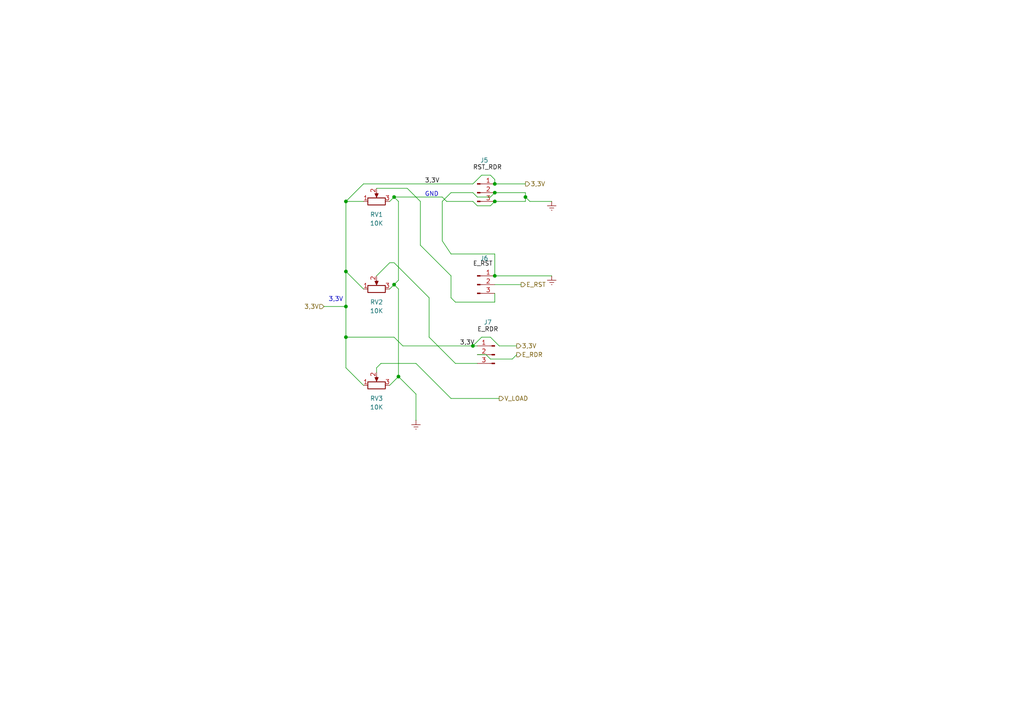
<source format=kicad_sch>
(kicad_sch (version 20250114) (generator "eeschema") (generator_version "9.0")
  (paper "A4")
  (title_block (title "PROJETO IR2_B2_UFAM") (date "07/08/2025") (rev "REV 0") (company "UFAM-UFMG") (comment 1 "1 - Software Proteus substituído pelo Software Kicad 9.0") (comment 2 "2 - Incluído Amplificafor de Instrumentação para reduzir ruídos") (comment 3 "3 - Incluídos conectores para cabos entrelaçados") (comment 4 "4 - Análise de 4 camadas para reduzir ruídos"))
  (lib_symbols
    (symbol "Connector:Conn_01x03_Pin" (pin_names (offset 1.016) (hide yes))
      (property "Reference" "J" (at 0 5.08 0))
      (property "Value" "Conn_01x03_Pin" (at 0 -5.08 0))
      (symbol "Conn_01x03_Pin_1_1"
        (rectangle (start 0.8636 2.667) (end 0 2.413) (stroke (width 0.1524)) (fill (type outline)))
        (rectangle (start 0.8636 0.127) (end 0 -0.127) (stroke (width 0.1524)) (fill (type outline)))
        (rectangle (start 0.8636 -2.413) (end 0 -2.667) (stroke (width 0.1524)) (fill (type outline)))
        (polyline (pts (xy 1.27 2.54) (xy 0.8636 2.54)) (stroke (width 0.1524)))
        (polyline (pts (xy 1.27 0) (xy 0.8636 0)) (stroke (width 0.1524)))
        (polyline (pts (xy 1.27 -2.54) (xy 0.8636 -2.54)) (stroke (width 0.1524)))
        (pin passive line (at 5.08 2.54 180) (length 3.81) (name "Pin_1") (number "1"))
        (pin passive line (at 5.08 0 180) (length 3.81) (name "Pin_2") (number "2"))
        (pin passive line (at 5.08 -2.54 180) (length 3.81) (name "Pin_3") (number "3"))
      )
    )
    (symbol "Device:R_Potentiometer" (pin_names (offset 1.016) (hide yes))
      (property "Reference" "RV" (at -4.445 0 90))
      (property "Value" "R_Potentiometer" (at -2.54 0 90))
      (symbol "R_Potentiometer_0_1"
        (rectangle (start 1.016 2.54) (end -1.016 -2.54) (stroke (width 0.254)))
        (polyline (pts (xy 1.143 0) (xy 2.286 0.508) (xy 2.286 -0.508) (xy 1.143 0)) (fill (type outline)))
        (polyline (pts (xy 2.54 0) (xy 1.524 0)))
      )
      (symbol "R_Potentiometer_1_1"
        (pin passive line (at 0 3.81 270) (length 1.27) (name "1") (number "1"))
        (pin passive line (at 0 -3.81 90) (length 1.27) (name "3") (number "3"))
        (pin passive line (at 3.81 0 180) (length 1.27) (name "2") (number "2"))
      )
    )
    (symbol "power:Earth" (power) (pin_numbers (hide yes)) (pin_names (offset 0) (hide yes))
      (property "Value" "Earth" (at 0 -3.81 0))
      (symbol "Earth_0_1"
        (polyline (pts (xy -0.635 -1.905) (xy 0.635 -1.905)))
        (polyline (pts (xy -0.127 -2.54) (xy 0.127 -2.54)))
        (polyline (pts (xy 0 -1.27) (xy 0 0)))
        (polyline (pts (xy 1.27 -1.27) (xy -1.27 -1.27)))
      )
      (symbol "Earth_1_1"
        (pin power_in line (at 0 0 270) (length 0) (name "~") (number "1"))
      )
    )
  )
  (text "3,3V" (at 95.25 87.63 0) (effects (font (size 1.27 1.27)) (justify left bottom)))
  (text "GND" (at 123.19 57.15 0) (effects (font (size 1.27 1.27)) (justify left bottom)))
  (junction (at 100.33 58.42))
  (junction (at 143.51 58.42))
  (junction (at 100.33 88.9))
  (junction (at 114.3 57.15))
  (junction (at 143.51 53.34))
  (junction (at 152.4 57.15))
  (junction (at 114.3 82.55))
  (junction (at 143.51 80.01))
  (junction (at 143.51 55.88))
  (junction (at 137.16 100.33))
  (junction (at 115.57 109.22))
  (junction (at 100.33 97.79))
  (junction (at 100.33 78.74))
  (wire (pts (xy 149.86 100.33) (xy 144.78 100.33)))
  (wire (pts (xy 124.46 86.36) (xy 114.3 76.2)))
  (wire (pts (xy 130.81 55.88) (xy 128.27 58.42)))
  (wire (pts (xy 132.08 87.63) (xy 143.51 87.63)))
  (wire (pts (xy 143.51 82.55) (xy 151.13 82.55)))
  (wire (pts (xy 113.03 83.82) (xy 114.3 82.55)))
  (wire (pts (xy 110.49 105.41) (xy 120.65 105.41)))
  (wire (pts (xy 143.51 80.01) (xy 160.02 80.01)))
  (wire (pts (xy 137.16 53.34) (xy 105.41 53.34)))
  (wire (pts (xy 139.7 97.79) (xy 142.24 97.79)))
  (wire (pts (xy 115.57 81.28) (xy 115.57 58.42)))
  (wire (pts (xy 124.46 97.79) (xy 124.46 86.36)))
  (wire (pts (xy 120.65 114.3) (xy 115.57 109.22)))
  (wire (pts (xy 109.22 54.61) (xy 118.11 54.61)))
  (wire (pts (xy 138.43 57.15) (xy 142.24 57.15)))
  (wire (pts (xy 93.98 88.9) (xy 100.33 88.9)))
  (wire (pts (xy 160.02 58.42) (xy 153.67 58.42)))
  (wire (pts (xy 116.84 100.33) (xy 137.16 100.33)))
  (wire (pts (xy 137.16 55.88) (xy 130.81 55.88)))
  (wire (pts (xy 100.33 97.79) (xy 100.33 106.68)))
  (wire (pts (xy 128.27 58.42) (xy 128.27 69.85)))
  (wire (pts (xy 139.7 50.8) (xy 142.24 50.8)))
  (wire (pts (xy 116.84 100.33) (xy 114.3 97.79)))
  (wire (pts (xy 132.08 105.41) (xy 138.43 105.41)))
  (wire (pts (xy 120.65 121.92) (xy 120.65 114.3)))
  (wire (pts (xy 120.65 105.41) (xy 130.81 115.57)))
  (wire (pts (xy 130.81 115.57) (xy 144.78 115.57)))
  (wire (pts (xy 100.33 88.9) (xy 100.33 97.79)))
  (wire (pts (xy 129.54 58.42) (xy 137.16 58.42)))
  (wire (pts (xy 105.41 53.34) (xy 100.33 58.42)))
  (wire (pts (xy 138.43 102.87) (xy 140.97 102.87)))
  (wire (pts (xy 143.51 52.07) (xy 143.51 53.34)))
  (wire (pts (xy 100.33 58.42) (xy 100.33 78.74)))
  (wire (pts (xy 148.59 104.14) (xy 149.86 102.87)))
  (wire (pts (xy 121.92 58.42) (xy 121.92 71.12)))
  (wire (pts (xy 113.03 111.76) (xy 115.57 109.22)))
  (wire (pts (xy 152.4 55.88) (xy 152.4 57.15)))
  (wire (pts (xy 143.51 53.34) (xy 152.4 53.34)))
  (wire (pts (xy 137.16 55.88) (xy 138.43 57.15)))
  (wire (pts (xy 109.22 107.95) (xy 109.22 106.68)))
  (wire (pts (xy 118.11 54.61) (xy 121.92 58.42)))
  (wire (pts (xy 105.41 111.76) (xy 100.33 106.68)))
  (wire (pts (xy 130.81 73.66) (xy 143.51 73.66)))
  (wire (pts (xy 143.51 73.66) (xy 143.51 80.01)))
  (wire (pts (xy 114.3 76.2) (xy 113.03 76.2)))
  (wire (pts (xy 121.92 71.12) (xy 130.81 80.01)))
  (wire (pts (xy 142.24 50.8) (xy 143.51 52.07)))
  (wire (pts (xy 142.24 59.69) (xy 143.51 58.42)))
  (wire (pts (xy 142.24 97.79) (xy 144.78 100.33)))
  (wire (pts (xy 143.51 55.88) (xy 152.4 55.88)))
  (wire (pts (xy 142.24 57.15) (xy 143.51 55.88)))
  (wire (pts (xy 143.51 58.42) (xy 152.4 58.42)))
  (wire (pts (xy 137.16 100.33) (xy 138.43 100.33)))
  (wire (pts (xy 132.08 105.41) (xy 124.46 97.79)))
  (wire (pts (xy 129.54 58.42) (xy 128.27 57.15)))
  (wire (pts (xy 115.57 83.82) (xy 114.3 82.55)))
  (wire (pts (xy 130.81 86.36) (xy 132.08 87.63)))
  (wire (pts (xy 114.3 57.15) (xy 113.03 58.42)))
  (wire (pts (xy 100.33 78.74) (xy 105.41 83.82)))
  (wire (pts (xy 130.81 80.01) (xy 130.81 86.36)))
  (wire (pts (xy 109.22 106.68) (xy 110.49 105.41)))
  (wire (pts (xy 143.51 87.63) (xy 143.51 85.09)))
  (wire (pts (xy 100.33 97.79) (xy 114.3 97.79)))
  (wire (pts (xy 100.33 78.74) (xy 100.33 88.9)))
  (wire (pts (xy 128.27 57.15) (xy 114.3 57.15)))
  (wire (pts (xy 140.97 102.87) (xy 142.24 104.14)))
  (wire (pts (xy 100.33 58.42) (xy 105.41 58.42)))
  (wire (pts (xy 137.16 53.34) (xy 139.7 50.8)))
  (wire (pts (xy 142.24 104.14) (xy 148.59 104.14)))
  (wire (pts (xy 152.4 57.15) (xy 152.4 58.42)))
  (wire (pts (xy 137.16 58.42) (xy 138.43 59.69)))
  (wire (pts (xy 128.27 69.85) (xy 130.81 73.66)))
  (wire (pts (xy 114.3 82.55) (xy 115.57 81.28)))
  (wire (pts (xy 115.57 109.22) (xy 115.57 83.82)))
  (wire (pts (xy 113.03 76.2) (xy 109.22 80.01)))
  (wire (pts (xy 139.7 97.79) (xy 137.16 100.33)))
  (wire (pts (xy 153.67 58.42) (xy 152.4 57.15)))
  (wire (pts (xy 138.43 59.69) (xy 142.24 59.69)))
  (wire (pts (xy 115.57 58.42) (xy 114.3 57.15)))
  (label "E_RST" (at 137.16 77.47 0))
  (label "3,3V" (at 133.35 100.33 0))
  (label "RST_RDR" (at 137.16 49.53 0))
  (label "E_RDR" (at 138.43 96.52 0))
  (label "3,3V" (at 123.19 53.34 0))
  (hierarchical_label "3,3V" (shape input) (at 93.98 88.9 180))
  (hierarchical_label "3,3V" (shape output) (at 149.86 100.33 0))
  (hierarchical_label "E_RST" (shape output) (at 151.13 82.55 0))
  (hierarchical_label "E_RDR" (shape output) (at 149.86 102.87 0))
  (hierarchical_label "3,3V" (shape output) (at 152.4 53.34 0))
  (hierarchical_label "V_LOAD" (shape output) (at 144.78 115.57 0))
  (symbol (lib_id "Connector:Conn_01x03_Pin") (at 143.51 102.87 0) (mirror y) (unit 1)
    (property "Reference" "J7" (at 141.478 93.472 0))
    (property "Value" "Conn_01x03_Pin" (effects (hide yes)))
    (property "Footprint" "Connector_JST:JST_EH_B3B-EH-A_1x03_P2.50mm_Vertical" (effects (hide yes)))
    (property "Description" "Generic connector, single row, 01x03, script generated" (effects (hide yes)))
  )
  (symbol (lib_id "power:Earth") (at 120.65 121.92 0) (unit 1)
    (property "Reference" "#PWR029" (effects (hide yes)))
    (property "Value" "Earth" (effects (hide yes)))
    (property "Description" "Power symbol creates a global label with name \"Earth\"" (effects (hide yes)))
  )
  (symbol (lib_id "Device:R_Potentiometer") (at 109.22 83.82 90) (unit 1)
    (property "Reference" "RV2" (at 109.22 87.63 90))
    (property "Value" "10K" (at 109.22 90.17 90))
    (property "Footprint" "Potentiometer_THT:Potentiometer_Bourns_3296W_Vertical" (effects (hide yes)))
    (property "Description" "Potentiometer" (effects (hide yes)))
  )
  (symbol (lib_id "Device:R_Potentiometer") (at 109.22 58.42 90) (unit 1)
    (property "Reference" "RV1" (at 109.22 62.23 90))
    (property "Value" "10K" (at 109.22 64.77 90))
    (property "Footprint" "Potentiometer_THT:Potentiometer_Bourns_3296W_Vertical" (effects (hide yes)))
    (property "Description" "Potentiometer" (effects (hide yes)))
  )
  (symbol (lib_id "power:Earth") (at 160.02 58.42 0) (unit 1)
    (property "Reference" "#PWR030" (effects (hide yes)))
    (property "Value" "Earth" (effects (hide yes)))
    (property "Description" "Power symbol creates a global label with name \"Earth\"" (effects (hide yes)))
  )
  (symbol (lib_id "power:Earth") (at 160.02 80.01 0) (unit 1)
    (property "Reference" "#PWR031" (effects (hide yes)))
    (property "Value" "Earth" (effects (hide yes)))
    (property "Description" "Power symbol creates a global label with name \"Earth\"" (effects (hide yes)))
  )
  (symbol (lib_id "Connector:Conn_01x03_Pin") (at 138.43 82.55 0) (unit 1)
    (property "Reference" "J6" (at 140.462 74.93 0))
    (property "Value" "Conn_01x03_Pin" (effects (hide yes)))
    (property "Footprint" "Connector_JST:JST_EH_B3B-EH-A_1x03_P2.50mm_Vertical" (effects (hide yes)))
    (property "Description" "Generic connector, single row, 01x03, script generated" (effects (hide yes)))
  )
  (symbol (lib_id "Device:R_Potentiometer") (at 109.22 111.76 90) (unit 1)
    (property "Reference" "RV3" (at 109.22 115.57 90))
    (property "Value" "10K" (at 109.22 118.11 90))
    (property "Footprint" "Potentiometer_THT:Potentiometer_Bourns_3296W_Vertical" (effects (hide yes)))
    (property "Description" "Potentiometer" (effects (hide yes)))
  )
  (symbol (lib_id "Connector:Conn_01x03_Pin") (at 138.43 55.88 0) (unit 1)
    (property "Reference" "J5" (at 140.462 46.482 0))
    (property "Value" "Conn_01x03_Pin" (effects (hide yes)))
    (property "Footprint" "Connector_JST:JST_EH_B3B-EH-A_1x03_P2.50mm_Vertical" (effects (hide yes)))
    (property "Description" "Generic connector, single row, 01x03, script generated" (effects (hide yes)))
  )
)
</source>
